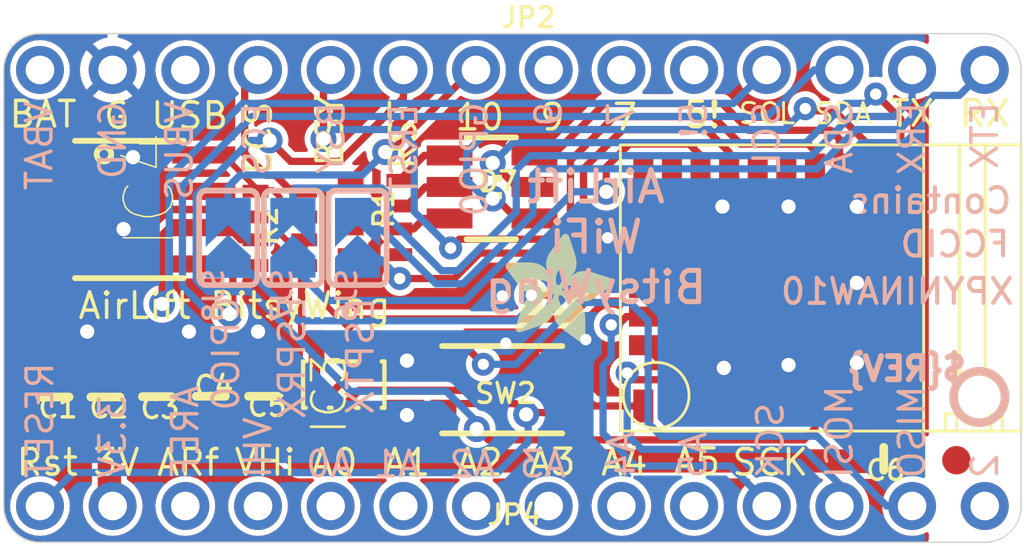
<source format=kicad_pcb>
(kicad_pcb (version 20221018) (generator pcbnew)
  (layers (0 "F.Cu" signal) (31 "B.Cu" signal) (34 "B.Paste" user) (35 "F.Paste" user) (36 "B.SilkS" user "B.Silkscreen") (37 "F.SilkS" user "F.Silkscreen") (38 "B.Mask" user) (39 "F.Mask" user) (44 "Edge.Cuts" user))
  (net 0 "")
  (net 1 "GND")
  (net 2 "MOSI")
  (net 3 "MISO")
  (net 4 "SCK")
  (net 5 "A5")
  (net 6 "A4")
  (net 7 "A3")
  (net 8 "A2")
  (net 9 "A1")
  (net 10 "VBUS")
  (net 11 "VBAT")
  (net 12 "AREF")
  (net 13 "A0")
  (net 14 "SCL")
  (net 15 "SDA")
  (net 16 "D9")
  (net 17 "D7")
  (net 18 "~{RESET}")
  (net 19 "D2")
  (net 20 "VHI")
  (net 21 "3.3V")
  (net 22 "ESP_MISO")
  (net 23 "ESP_BUSY")
  (net 24 "ESP_TX")
  (net 25 "RED")
  (net 26 "BLUE")
  (net 27 "GREEN")
  (net 28 "ESP_GPIO0")
  (net 29 "ESP_CS")
  (net 30 "ESP_RX")
  (net 31 "ESP_RESET")
  (net 32 "GPIO0")
  (net 33 "ETX")
  (net 34 "ERX")
  (net 35 "N$5")
  (net 36 "N$6")
  (net 37 "N$7")
  (net 38 "D5")
  (footprint "working:SOT23-5L" (layer "F.Cu") (at 142.6083 108.3818)
    (fp_text reference "IC3")
    (fp_text value "74AHC1G125")
  )
  (footprint "working:RGBLED_3535_PLCC6" (layer "F.Cu") (at 147.7645 101.473 -90)
    (fp_text reference "D7")
    (fp_text value "")
  )
  (footprint "working:ADAFRUIT_3.5MM" (layer "F.Cu") (at 148.2471 106.9086)
    (fp_text reference "U$62" hide)
    (fp_text value "" hide)
  )
  (footprint "working:RESPACK_4X0603_NO" (layer "F.Cu") (at 140.3731 102.9208 -90)
    (fp_text reference "R2")
    (fp_text value "10K")
  )
  (footprint "working:0805-NO" (layer "F.Cu") (at 132.4991 108.8136 90)
    (fp_text reference "C1")
    (fp_text value "10uF")
  )
  (footprint "working:ARDUINO-UCS&SOCS_NINA-W1X" (layer "F.Cu") (at 158.0261 105.0036 180)
    (fp_text reference "U5" hide)
    (fp_text value "NINA-W102" hide)
  )
  (footprint "working:FIDUCIAL_1MM" (layer "F.Cu") (at 164.0205 111.0234 -90)
    (fp_text reference "U$34" hide)
    (fp_text value "FIDUCIAL_1MM" hide)
  )
  (footprint "working:1X14_ROUND70" (layer "F.Cu") (at 148.5011 97.3836)
    (fp_text reference "JP2")
    (fp_text value "")
  )
  (footprint "working:0603-NO" (layer "F.Cu") (at 161.4805 110.9726)
    (fp_text reference "C6")
    (fp_text value "0.1uF")
  )
  (footprint "working:RESPACK_4X0603_NO" (layer "F.Cu") (at 143.7005 102.5398 90)
    (fp_text reference "R1")
    (fp_text value "1K")
  )
  (footprint "working:SOIC8_150MIL" (layer "F.Cu") (at 135.1153 102.2604 -90)
    (fp_text reference "IC4")
    (fp_text value "ATECCX08")
  )
  (footprint "working:0805-NO" (layer "F.Cu") (at 139.7889 108.7882 90)
    (fp_text reference "C5")
    (fp_text value "10uF")
  )
  (footprint "working:FIDUCIAL_1MM" (layer "F.Cu") (at 131.6899 105.8996 90)
    (fp_text reference "U$35" hide)
    (fp_text value "FIDUCIAL_1MM" hide)
  )
  (footprint "working:BTN_KMR2_4.6X2.8" (layer "F.Cu") (at 148.1455 108.5596)
    (fp_text reference "SW2")
    (fp_text value "KMR2")
  )
  (footprint "working:0805-NO" (layer "F.Cu") (at 137.9601 108.7882 90)
    (fp_text reference "C4")
    (fp_text value "10uF")
  )
  (footprint "working:0805-NO" (layer "F.Cu") (at 136.0805 108.8009 90)
    (fp_text reference "C3")
    (fp_text value "10uF")
  )
  (footprint "working:0805-NO" (layer "F.Cu") (at 134.2771 108.8136 90)
    (fp_text reference "C2")
    (fp_text value "10uF")
  )
  (footprint "working:1X14_ROUND70" (layer "F.Cu") (at 148.5011 112.6236 180)
    (fp_text reference "JP4")
    (fp_text value "")
  )
  (footprint "working:SOLDERJUMPER_ARROW_NOPASTE" (layer "B.Cu") (at 143.0909 103.251 90)
    (fp_text reference "SJ6")
    (fp_text value "")
  )
  (footprint "working:SOLDERJUMPER_ARROW_NOPASTE" (layer "B.Cu") (at 138.5697 103.251004 90)
    (fp_text reference "SJ8")
    (fp_text value "")
  )
  (footprint "working:PCBFEAT-REV-040" (layer "B.Cu") (at 164.8206 108.8136)
    (fp_text reference "U$6" hide)
    (fp_text value "" hide)
  )
  (footprint "working:SOLDERJUMPER_ARROW_NOPASTE" (layer "B.Cu") (at 140.8303 103.251 90)
    (fp_text reference "SJ7")
    (fp_text value "")
  )
  (gr_arc (start 130.7211 97.3836) (mid 131.093074 96.485574) (end 131.9911 96.1136) (stroke (width 0.05)) (layer "Edge.Cuts"))
  (gr_line (start 166.2811 112.6236) (end 166.2811 97.3836) (stroke (width 0.05)) (layer "Edge.Cuts"))
  (gr_arc (start 131.9911 113.8936) (mid 131.093074 113.521626) (end 130.7211 112.6236) (stroke (width 0.05)) (layer "Edge.Cuts"))
  (gr_arc (start 166.2811 112.6236) (mid 165.909126 113.521626) (end 165.0111 113.8936) (stroke (width 0.05)) (layer "Edge.Cuts"))
  (gr_line (start 131.9911 113.8936) (end 165.0111 113.8936) (stroke (width 0.05)) (layer "Edge.Cuts"))
  (gr_line (start 165.0111 96.1136) (end 131.9911 96.1136) (stroke (width 0.05)) (layer "Edge.Cuts"))
  (gr_arc (start 165.0111 96.1136) (mid 165.909126 96.485574) (end 166.2811 97.3836) (stroke (width 0.05)) (layer "Edge.Cuts"))
  (gr_line (start 130.7211 97.3836) (end 130.7211 112.6236) (stroke (width 0.05)) (layer "Edge.Cuts"))
  (gr_text "3.3V" (at 134.5311 111.7346 -270) (layer "B.SilkS") (effects (font (size 0.89408 0.89408) (thickness 0.12192)) (justify right mirror)))
  (gr_text "A2" (at 146.2151 111.1631) (layer "B.SilkS") (effects (font (size 0.89408 0.89408) (thickness 0.12192)) (justify right mirror)))
  (gr_text "BSY" (at 142.1765 98.425 -270) (layer "B.SilkS") (effects (font (size 0.89408 0.89408) (thickness 0.12192)) (justify left mirror)))
  (gr_text "A3" (at 148.6789 111.1631) (layer "B.SilkS") (effects (font (size 0.89408 0.89408) (thickness 0.12192)) (justify right mirror)))
  (gr_text "SCL" (at 157.3911 98.425 -270) (layer "B.SilkS") (effects (font (size 0.89408 0.89408) (thickness 0.12192)) (justify left mirror)))
  (gr_text "2" (at 165.0111 111.7346 -270) (layer "B.SilkS") (effects (font (size 0.89408 0.89408) (thickness 0.12192)) (justify right mirror)))
  (gr_text "GND" (at 134.5311 98.3996 -270) (layer "B.SilkS") (effects (font (size 0.89408 0.89408) (thickness 0.12192)) (justify left mirror)))
  (gr_text "GPIO0" (at 138.4935 105.2068 -270) (layer "B.SilkS") (effects (font (size 0.89408 0.89408) (thickness 0.12192)) (justify left mirror)))
  (gr_text "RESET" (at 131.9911 111.7346 -270) (layer "B.SilkS") (effects (font (size 0.89408 0.89408) (thickness 0.12192)) (justify right mirror)))
  (gr_text "A5" (at 154.8257 111.7346 -270) (layer "B.SilkS") (effects (font (size 0.89408 0.89408) (thickness 0.12192)) (justify right mirror)))
  (gr_text "VBAT" (at 131.9657 98.3996 -270) (layer "B.SilkS") (effects (font (size 0.89408 0.89408) (thickness 0.12192)) (justify left mirror)))
  (gr_text "ESPRX" (at 140.8049 105.2068 -270) (layer "B.SilkS") (effects (font (size 0.89408 0.89408) (thickness 0.12192)) (justify left mirror)))
  (gr_text "MISO" (at 162.4711 111.7346 -270) (layer "B.SilkS") (effects (font (size 0.89408 0.89408) (thickness 0.12192)) (justify right mirror)))
  (gr_text "ERST" (at 144.7165 98.4758 -270) (layer "B.SilkS") (effects (font (size 0.89408 0.89408) (thickness 0.12192)) (justify left mirror)))
  (gr_text "AirLift\nWiFi\nBitsyWing" (at 151.4221 103.2256) (layer "B.SilkS") (effects (font (size 1.0922 1.0922) (thickness 0.1778)) (justify mirror)))
  (gr_text "ECS" (at 139.5603 98.4504 -270) (layer "B.SilkS") (effects (font (size 0.89408 0.89408) (thickness 0.12192)) (justify left mirror)))
  (gr_text "VBUS" (at 136.8679 98.3996 -270) (layer "B.SilkS") (effects (font (size 0.89408 0.89408) (thickness 0.12192)) (justify left mirror)))
  (gr_text "7" (at 152.3111 98.425 -270) (layer "B.SilkS") (effects (font (size 0.89408 0.89408) (thickness 0.12192)) (justify left mirror)))
  (gr_text "9" (at 149.7711 98.425 -270) (layer "B.SilkS") (effects (font (size 0.89408 0.89408) (thickness 0.12192)) (justify left mirror)))
  (gr_text "A0" (at 142.9893 111.1631) (layer "B.SilkS") (effects (font (size 0.89408 0.89408) (thickness 0.12192)) (justify left mirror)))
  (gr_text "XPYNINAW10" (at 166.1033 105.6386) (layer "B.SilkS") (effects (font (size 0.87376 0.87376) (thickness 0.14224)) (justify left bottom mirror)))
  (gr_text "ETX" (at 165.0111 98.425 -270) (layer "B.SilkS") (effects (font (size 0.89408 0.89408) (thickness 0.12192)) (justify left mirror)))
  (gr_text "VHI" (at 139.6111 111.7346 -270) (layer "B.SilkS") (effects (font (size 0.89408 0.89408) (thickness 0.12192)) (justify right mirror)))
  (gr_text "MOSI" (at 159.9311 111.7346 -270) (layer "B.SilkS") (effects (font (size 0.89408 0.89408) (thickness 0.12192)) (justify right mirror)))
  (gr_text "AREF" (at 137.0711 111.7346 -270) (layer "B.SilkS") (effects (font (size 0.89408 0.89408) (thickness 0.12192)) (justify right mirror)))
  (gr_text "A1" (at 143.5735 111.1631) (layer "B.SilkS") (effects (font (size 0.89408 0.89408) (thickness 0.12192)) (justify right mirror)))
  (gr_text "ESPTX" (at 143.1925 105.2576 -270) (layer "B.SilkS") (effects (font (size 0.89408 0.89408) (thickness 0.12192)) (justify left mirror)))
  (gr_text "SDA" (at 159.9311 98.425 -270) (layer "B.SilkS") (effects (font (size 0.89408 0.89408) (thickness 0.12192)) (justify left mirror)))
  (gr_text "GPIO0" (at 147.1803 98.425 -270) (layer "B.SilkS") (effects (font (size 0.89408 0.89408) (thickness 0.12192)) (justify left mirror)))
  (gr_text "Contains" (at 166.0271 102.4636) (layer "B.SilkS") (effects (font (size 0.87376 0.87376) (thickness 0.14224)) (justify left bottom mirror)))
  (gr_text "SCK" (at 157.5181 111.7346 -270) (layer "B.SilkS") (effects (font (size 0.89408 0.89408) (thickness 0.12192)) (justify right mirror)))
  (gr_text "A4" (at 152.3111 111.7092 -270) (layer "B.SilkS") (effects (font (size 0.89408 0.89408) (thickness 0.12192)) (justify right mirror)))
  (gr_text "ERX" (at 162.4711 98.425 -270) (layer "B.SilkS") (effects (font (size 0.89408 0.89408) (thickness 0.12192)) (justify left mirror)))
  (gr_text "5!" (at 154.8511 98.425 -270) (layer "B.SilkS") (effects (font (size 0.89408 0.89408) (thickness 0.12192)) (justify left mirror)))
  (gr_text "FCCID" (at 165.9509 103.9876) (layer "B.SilkS") (effects (font (size 0.87376 0.87376) (thickness 0.14224)) (justify left bottom mirror)))
  (gr_text "A1" (at 145.7071 111.0996) (layer "F.SilkS") (effects (font (size 0.89408 0.89408) (thickness 0.12192)) (justify right)))
  (gr_text "A5" (at 155.8417 111.0742) (layer "F.SilkS") (effects (font (size 0.89408 0.89408) (thickness 0.12192)) (justify right)))
  (gr_text "USB" (at 135.8011 98.9838) (layer "F.SilkS") (effects (font (size 0.89408 0.89408) (thickness 0.12192)) (justify left)))
  (gr_text "SCK" (at 158.9151 111.0996) (layer "F.SilkS") (effects (font (size 0.89408 0.89408) (thickness 0.12192)) (justify right)))
  (gr_text "G" (at 134.1501 98.9838) (layer "F.SilkS") (effects (font (size 0.89408 0.89408) (thickness 0.12192)) (justify left)))
  (gr_text "BSY" (at 142.1257 100.838 90) (layer "F.SilkS") (effects (font (size 0.89408 0.89408) (thickness 0.12192)) (justify left)))
  (gr_text "SDA" (at 158.9913 98.9076) (layer "F.SilkS") (effects (font (size 0.715264 0.715264) (thickness 0.097536)) (justify left)))
  (gr_text "9" (at 149.8981 99.0346) (layer "F.SilkS") (effects (font (size 0.89408 0.89408) (thickness 0.12192))))
  (gr_text "A0" (at 143.1671 111.0996) (layer "F.SilkS") (effects (font (size 0.89408 0.89408) (thickness 0.12192)) (justify right)))
  (gr_text "Rst" (at 133.3881 111.0996) (layer "F.SilkS") (effects (font (size 0.89408 0.89408) (thickness 0.12192)) (justify right)))
  (gr_text "ARf" (at 138.3411 111.0996) (layer "F.SilkS") (effects (font (size 0.89408 0.89408) (thickness 0.12192)) (justify right)))
  (gr_text "ECS" (at 139.6365 101.1174 90) (layer "F.SilkS") (effects (font (size 0.89408 0.89408) (thickness 0.12192)) (justify left)))
  (gr_text "BAT" (at 130.8481 98.933) (layer "F.SilkS") (effects (font (size 0.89408 0.89408) (thickness 0.12192)) (justify left)))
  (gr_text "A4" (at 153.3017 111.0996) (layer "F.SilkS") (effects (font (size 0.89408 0.89408) (thickness 0.12192)) (justify right)))
  (gr_text "SCL" (at 156.3497 98.9076) (layer "F.SilkS") (effects (font (size 0.715264 0.715264) (thickness 0.097536)) (justify left)))
  (gr_text "3V" (at 135.5471 111.0996) (layer "F.SilkS") (effects (font (size 0.89408 0.89408) (thickness 0.12192)) (justify right)))
  (gr_text "10" (at 147.3581 99.0346) (layer "F.SilkS") (effects (font (size 0.89408 0.89408) (thickness 0.12192))))
  (gr_text "VHi" (at 141.0081 111.0996) (layer "F.SilkS") (effects (font (size 0.89408 0.89408) (thickness 0.12192)) (justify right)))
  (gr_text "A3" (at 150.7871 111.0869) (layer "F.SilkS") (effects (font (size 0.89408 0.89408) (thickness 0.12192)) (justify right)))
  (gr_text "RX" (at 165.0111 98.9076) (layer "F.SilkS") (effects (font (size 0.89408 0.89408) (thickness 0.12192))))
  (gr_text "7" (at 151.9301 99.0346) (layer "F.SilkS") (effects (font (size 0.89408 0.89408) (thickness 0.12192)) (justify left)))
  (gr_text "TX" (at 162.4711 98.9076) (layer "F.SilkS") (effects (font (size 0.89408 0.89408) (thickness 0.12192))))
  (gr_text "A2" (at 148.2471 111.0996) (layer "F.SilkS") (effects (font (size 0.89408 0.89408) (thickness 0.12192)) (justify right)))
  (gr_text "RST" (at 144.6911 100.9396 90) (layer "F.SilkS") (effects (font (size 0.89408 0.89408) (thickness 0.12192)) (justify left)))
  (gr_text "5!" (at 154.4193 98.9584) (layer "F.SilkS") (effects (font (size 0.89408 0.89408) (thickness 0.12192)) (justify left)))
  (gr_text "AirLift BitsyWing" (at 133.2611 106.1466) (layer "F.SilkS") (effects (font (size 0.89408 0.89408) (thickness 0.12192)) (justify left bottom)))
  (via (at 137.1981 106.5276) (size 0.9064) (drill 0.5) (layers "F.Cu" "B.Cu") (net 1))
  (via (at 160.5407 102.1588) (size 0.9064) (drill 0.5) (layers "F.Cu" "B.Cu") (net 1))
  (via (at 151.8285 103.251) (size 0.8064) (drill 0.4) (layers "F.Cu" "B.Cu") (net 1))
  (via (at 148.2725 106.934) (size 0.8064) (drill 0.4) (layers "F.Cu" "B.Cu") (net 1))
  (via (at 135.2423 100.4316) (size 0.9064) (drill 0.5) (layers "F.Cu" "B.Cu") (net 1))
  (via (at 148.1455 105.283) (size 0.8064) (drill 0.4) (layers "F.Cu" "B.Cu") (net 1))
  (via (at 155.8417 102.1588) (size 0.9064) (drill 0.5) (layers "F.Cu" "B.Cu") (net 1))
  (via (at 134.9121 102.9462) (size 0.9064) (drill 0.5) (layers "F.Cu" "B.Cu") (net 1))
  (via (at 144.8181 107.5436) (size 0.9064) (drill 0.5) (layers "F.Cu" "B.Cu") (net 1))
  (via (at 151.0665 106.807) (size 0.8064) (drill 0.4) (layers "F.Cu" "B.Cu") (net 1))
  (via (at 139.6111 106.5276) (size 0.9064) (drill 0.5) (layers "F.Cu" "B.Cu") (net 1))
  (via (at 155.8925 107.7976) (size 0.9064) (drill 0.5) (layers "F.Cu" "B.Cu") (net 1))
  (via (at 160.5407 107.6198) (size 0.9064) (drill 0.5) (layers "F.Cu" "B.Cu") (net 1))
  (via (at 160.5407 104.8258) (size 0.9064) (drill 0.5) (layers "F.Cu" "B.Cu") (net 1))
  (via (at 158.1531 102.1588) (size 0.9064) (drill 0.5) (layers "F.Cu" "B.Cu") (net 1))
  (via (at 133.6421 106.5276) (size 0.9064) (drill 0.5) (layers "F.Cu" "B.Cu") (net 1))
  (via (at 158.1531 107.696) (size 0.9064) (drill 0.5) (layers "F.Cu" "B.Cu") (net 1))
  (via (at 144.8181 109.4486) (size 0.9064) (drill 0.5) (layers "F.Cu" "B.Cu") (net 1))
  (segment (start 154.5261 107.7536) (end 154.0689 108.2108) (width 0.254) (layer "F.Cu") (net 2))
  (segment (start 154.0689 108.2108) (end 152.7497 108.2108) (width 0.254) (layer "F.Cu") (net 2))
  (segment (start 152.7497 108.2108) (end 152.5143 107.9754) (width 0.254) (layer "F.Cu") (net 2))
  (via (at 152.5143 107.9754) (size 0.8064) (drill 0.4) (layers "F.Cu" "B.Cu") (net 2))
  (segment (start 158.7119 110.6424) (end 159.9311 111.8616) (width 0.254) (layer "B.Cu") (net 2))
  (segment (start 152.5143 110.1344) (end 153.0223 110.6424) (width 0.254) (layer "B.Cu") (net 2))
  (segment (start 152.5143 107.9754) (end 152.5143 110.1344) (width 0.254) (layer "B.Cu") (net 2))
  (segment (start 159.9311 111.8616) (end 159.9311 112.6236) (width 0.254) (layer "B.Cu") (net 2))
  (segment (start 153.0223 110.6424) (end 158.7119 110.6424) (width 0.254) (layer "B.Cu") (net 2))
  (segment (start 143.9393 106.7008) (end 143.5583 107.0818) (width 0.254) (layer "F.Cu") (net 3))
  (segment (start 147.4851 107.6706) (end 146.5153 106.7008) (width 0.254) (layer "F.Cu") (net 3))
  (segment (start 146.5153 106.7008) (end 143.9393 106.7008) (width 0.254) (layer "F.Cu") (net 3))
  (via (at 147.4851 107.6706) (size 0.8001) (drill 0.3937) (layers "F.Cu" "B.Cu") (net 3))
  (segment (start 153.7081 110.1852) (end 153.2477 109.7248) (width 0.254) (layer "B.Cu") (net 3))
  (segment (start 161.583468 112.6236) (end 159.145068 110.1852) (width 0.254) (layer "B.Cu") (net 3))
  (segment (start 162.4711 112.6236) (end 161.583468 112.6236) (width 0.254) (layer "B.Cu") (net 3))
  (segment (start 153.2477 106.147613) (end 152.611687 105.5116) (width 0.254) (layer "B.Cu") (net 3))
  (segment (start 153.2477 109.7248) (end 153.2477 106.147613) (width 0.254) (layer "B.Cu") (net 3))
  (segment (start 147.4851 107.6706) (end 148.6281 107.6706) (width 0.254) (layer "B.Cu") (net 3))
  (segment (start 150.7871 105.5116) (end 148.6281 107.6706) (width 0.254) (layer "B.Cu") (net 3))
  (segment (start 159.145068 110.1852) (end 153.7081 110.1852) (width 0.254) (layer "B.Cu") (net 3))
  (segment (start 152.611687 105.5116) (end 150.7871 105.5116) (width 0.254) (layer "B.Cu") (net 3))
  (segment (start 151.9555 106.295) (end 152.1989 106.295) (width 0.254) (layer "F.Cu") (net 4))
  (segment (start 152.4903 106.0036) (end 152.1989 106.295) (width 0.254) (layer "F.Cu") (net 4))
  (segment (start 152.4903 106.0036) (end 153.1511 106.0036) (width 0.254) (layer "F.Cu") (net 4))
  (via (at 151.9555 106.295) (size 0.8064) (drill 0.4) (layers "F.Cu" "B.Cu") (net 4))
  (segment (start 152.8131 111.2266) (end 151.6711 110.0846) (width 0.254) (layer "B.Cu") (net 4))
  (segment (start 157.3911 112.4966) (end 157.3911 112.6236) (width 0.254) (layer "B.Cu") (net 4))
  (segment (start 156.1211 111.2266) (end 152.8131 111.2266) (width 0.254) (layer "B.Cu") (net 4))
  (segment (start 156.1211 111.2266) (end 157.3911 112.4966) (width 0.254) (layer "B.Cu") (net 4))
  (segment (start 151.9555 106.295) (end 151.9555 107.438) (width 0.254) (layer "B.Cu") (net 4))
  (segment (start 151.6711 107.7224) (end 151.6711 110.0846) (width 0.254) (layer "B.Cu") (net 4))
  (segment (start 151.9555 107.438) (end 151.6711 107.7224) (width 0.254) (layer "B.Cu") (net 4))
  (segment (start 138.5945 102.9002) (end 137.7201 102.9002) (width 0.254) (layer "F.Cu") (net 14))
  (segment (start 139.5231 103.3208) (end 139.0151 103.3208) (width 0.254) (layer "F.Cu") (net 14))
  (segment (start 136.5123 102.8954) (end 136.2583 103.1494) (width 0.254) (layer "F.Cu") (net 14))
  (segment (start 136.2583 103.1494) (end 136.2583 105.5624) (width 0.254) (layer "F.Cu") (net 14))
  (segment (start 137.7153 102.8954) (end 136.5123 102.8954) (width 0.254) (layer "F.Cu") (net 14))
  (segment (start 139.0151 103.3208) (end 138.5945 102.9002) (width 0.254) (layer "F.Cu") (net 14))
  (segment (start 137.7201 102.9002) (end 137.7153 102.8954) (width 0.254) (layer "F.Cu") (net 14))
  (via (at 136.2583 105.5624) (size 0.9064) (drill 0.5) (layers "F.Cu" "B.Cu") (net 14))
  (segment (start 139.0777 98.552) (end 136.5123 101.1174) (width 0.254) (layer "B.Cu") (net 14))
  (segment (start 157.3911 97.3836) (end 156.2227 98.552) (width 0.254) (layer "B.Cu") (net 14))
  (segment (start 136.5123 101.1174) (end 136.5123 105.3084) (width 0.254) (layer "B.Cu") (net 14))
  (segment (start 136.2583 105.5624) (end 136.5123 105.3084) (width 0.254) (layer "B.Cu") (net 14))
  (segment (start 156.2227 98.552) (end 139.0777 98.552) (width 0.254) (layer "B.Cu") (net 14))
  (segment (start 138.6205 105.914) (end 138.7313 105.8032) (width 0.254) (layer "F.Cu") (net 15))
  (segment (start 138.7313 104.2924) (end 138.6043 104.1654) (width 0.254) (layer "F.Cu") (net 15))
  (segment (start 138.7313 104.2924) (end 138.7313 105.8032) (width 0.254) (layer "F.Cu") (net 15))
  (segment (start 139.5231 104.2208) (end 137.745434 104.195535) (width 0.254) (layer "F.Cu") (net 15))
  (segment (start 137.7153 104.1654) (end 138.6043 104.1654) (width 0.254) (layer "F.Cu") (net 15))
  (segment (start 137.7153 104.1654) (end 137.745434 104.195535) (width 0.254) (layer "F.Cu") (net 15))
  (via (at 138.6205 105.914) (size 0.9064) (drill 0.5) (layers "F.Cu" "B.Cu") (net 15))
  (segment (start 136.9695 101.433782) (end 136.9695 104.9488) (width 0.254) (layer "B.Cu") (net 15))
  (segment (start 157.417868 99.0092) (end 139.394081 99.0092) (width 0.254) (layer "B.Cu") (net 15))
  (segment (start 159.9311 97.3836) (end 159.043468 97.3836) (width 0.254) (layer "B.Cu") (net 15))
  (segment (start 159.043468 97.3836) (end 157.417868 99.0092) (width 0.254) (layer "B.Cu") (net 15))
  (segment (start 137.9347 105.914) (end 136.9695 104.9488) (width 0.254) (layer "B.Cu") (net 15))
  (segment (start 137.9347 105.914) (end 138.6205 105.914) (width 0.254) (layer "B.Cu") (net 15))
  (segment (start 139.394081 99.0092) (end 136.9695 101.433782) (width 0.254) (layer "B.Cu") (net 15))
  (segment (start 150.1955 109.3596) (end 149.0473 109.3596) (width 0.254) (layer "F.Cu") (net 18))
  (segment (start 148.9837 109.4232) (end 148.6027 109.0422) (width 0.254) (layer "F.Cu") (net 18))
  (segment (start 148.6027 109.0422) (end 146.4129 109.0422) (width 0.254) (layer "F.Cu") (net 18))
  (segment (start 146.4129 109.0422) (end 146.0955 109.3596) (width 0.254) (layer "F.Cu") (net 18))
  (segment (start 149.0473 109.3596) (end 148.9837 109.4232) (width 0.254) (layer "F.Cu") (net 18))
  (via (at 148.9837 109.4232) (size 0.9064) (drill 0.5) (layers "F.Cu" "B.Cu") (net 18))
  (segment (start 131.9911 112.6236) (end 133.1595 111.4552) (width 0.254) (layer "B.Cu") (net 18))
  (segment (start 149.0559 110.3867) (end 149.0559 109.7377) (width 0.254) (layer "B.Cu") (net 18))
  (segment (start 133.1595 111.4552) (end 147.9874 111.4552) (width 0.254) (layer "B.Cu") (net 18))
  (segment (start 148.9837 109.6655) (end 148.9837 109.4232) (width 0.254) (layer "B.Cu") (net 18))
  (segment (start 147.9874 111.4552) (end 149.0559 110.3867) (width 0.254) (layer "B.Cu") (net 18))
  (segment (start 149.0559 109.7377) (end 148.9837 109.6655) (width 0.254) (layer "B.Cu") (net 18))
  (segment (start 134.5311 112.6236) (end 134.4168 112.5093) (width 0.8128) (layer "F.Cu") (net 21))
  (segment (start 134.2771 109.7636) (end 132.4991 109.7636) (width 0.8128) (layer "F.Cu") (net 21))
  (segment (start 134.4168 109.6239) (end 136.0805 109.7509) (width 0.8128) (layer "F.Cu") (net 21))
  (segment (start 141.1351 106.5586) (end 141.6583 107.0818) (width 0.254) (layer "F.Cu") (net 21))
  (segment (start 141.1351 104.2208) (end 141.1351 106.5586) (width 0.254) (layer "F.Cu") (net 21))
  (segment (start 137.9601 109.7382) (end 137.9474 109.7509) (width 0.8128) (layer "F.Cu") (net 21))
  (segment (start 141.1913 103.3526) (end 140.6271 103.3526) (width 0.2032) (layer "F.Cu") (net 21))
  (segment (start 139.5231 101.6208) (end 139.5231 101.4866) (width 0.2032) (layer "F.Cu") (net 21))
  (segment (start 141.2231 103.3208) (end 141.1913 103.3526) (width 0.2032) (layer "F.Cu") (net 21))
  (segment (start 139.5693 101.5746) (end 139.5231 101.6208) (width 0.2032) (layer "F.Cu") (net 21))
  (segment (start 140.1191 101.5746) (end 139.5693 101.5746) (width 0.2032) (layer "F.Cu") (net 21))
  (segment (start 160.6305 110.9726) (end 160.6305 110.4002) (width 0.8128) (layer "F.Cu") (net 21))
  (segment (start 141.0995 111.0488) (end 139.7889 109.7382) (width 0.8128) (layer "F.Cu") (net 21))
  (segment (start 160.6305 110.4002) (end 161.0761 109.9546) (width 0.8128) (layer "F.Cu") (net 21))
  (segment (start 141.2231 103.3208) (end 141.2231 104.2208) (width 0.254) (layer "F.Cu") (net 21))
  (segment (start 160.6169 111.0488) (end 141.0995 111.0488) (width 0.8128) (layer "F.Cu") (net 21))
  (segment (start 139.5231 101.4866) (end 138.3919 100.3554) (width 0.2032) (layer "F.Cu") (net 21))
  (segment (start 141.2231 104.2208) (end 141.1351 104.2208) (width 0.254) (layer "F.Cu") (net 21))
  (segment (start 140.3731 101.8286) (end 140.1191 101.5746) (width 0.2032) (layer "F.Cu") (net 21))
  (segment (start 134.4168 109.7509) (end 134.4168 109.6239) (width 0.8128) (layer "F.Cu") (net 21))
  (segment (start 160.6305 111.0352) (end 160.6169 111.0488) (width 0.8128) (layer "F.Cu") (net 21))
  (segment (start 134.298806 109.741894) (end 134.4168 109.7509) (width 0.8128) (layer "F.Cu") (net 21))
  (segment (start 141.6583 107.0818) (end 141.6583 108.1634) (width 0.254) (layer "F.Cu") (net 21))
  (segment (start 140.0835 109.7382) (end 139.7889 109.7382) (width 0.254) (layer "F.Cu") (net 21))
  (segment (start 161.0761 109.9546) (end 161.0761 109.1286) (width 0.8128) (layer "F.Cu") (net 21))
  (segment (start 141.6583 108.1634) (end 140.0835 109.7382) (width 0.254) (layer "F.Cu") (net 21))
  (segment (start 138.3919 100.3554) (end 137.7153 100.3554) (width 0.2032) (layer "F.Cu") (net 21))
  (segment (start 161.0761 109.1286) (end 162.0761 109.1286) (width 0.8128) (layer "F.Cu") (net 21))
  (segment (start 139.7889 109.7382) (end 137.9601 109.7382) (width 0.8128) (layer "F.Cu") (net 21))
  (segment (start 140.3731 103.0986) (end 140.3731 101.8286) (width 0.2032) (layer "F.Cu") (net 21))
  (segment (start 134.4168 112.5093) (end 134.4168 109.7509) (width 0.8128) (layer "F.Cu") (net 21))
  (segment (start 140.6271 103.3526) (end 140.3731 103.0986) (width 0.2032) (layer "F.Cu") (net 21))
  (segment (start 160.6305 110.9726) (end 160.6305 111.0352) (width 0.8128) (layer "F.Cu") (net 21))
  (segment (start 137.9474 109.7509) (end 136.0805 109.7509) (width 0.8128) (layer "F.Cu") (net 21))
  (segment (start 134.2771 109.7636) (end 134.298806 109.741894) (width 0.8128) (layer "F.Cu") (net 21))
  (segment (start 148.587 108.585) (end 148.5926 108.5794) (width 0.254) (layer "F.Cu") (net 22))
  (segment (start 153.0761 109.1286) (end 151.360312 109.1286) (width 0.254) (layer "F.Cu") (net 22))
  (segment (start 148.5926 108.5794) (end 150.811112 108.5794) (width 0.254) (layer "F.Cu") (net 22))
  (segment (start 142.6083 109.1184) (end 142.6083 109.6818) (width 0.254) (layer "F.Cu") (net 22))
  (segment (start 146.687875 108.585) (end 148.587 108.585) (width 0.254) (layer "F.Cu") (net 22))
  (segment (start 146.682275 108.5794) (end 143.1473 108.5794) (width 0.254) (layer "F.Cu") (net 22))
  (segment (start 146.687875 108.585) (end 146.682275 108.5794) (width 0.254) (layer "F.Cu") (net 22))
  (segment (start 143.1473 108.5794) (end 142.6083 109.1184) (width 0.254) (layer "F.Cu") (net 22))
  (segment (start 151.360312 109.1286) (end 150.811112 108.5794) (width 0.254) (layer "F.Cu") (net 22))
  (segment (start 147.2565 109.9352) (end 147.2859 109.9352) (width 0.254) (layer "F.Cu") (net 23))
  (segment (start 144.6911 98.3645) (end 142.4756 100.58) (width 0.254) (layer "F.Cu") (net 23))
  (segment (start 147.6629 110.3122) (end 147.2859 109.9352) (width 0.254) (layer "F.Cu") (net 23))
  (segment (start 158.6865 110.3122) (end 147.6629 110.3122) (width 0.254) (layer "F.Cu") (net 23))
  (segment (start 144.6911 98.3645) (end 144.6911 97.3836) (width 0.254) (layer "F.Cu") (net 23))
  (segment (start 140.7501 100.58) (end 142.4756 100.58) (width 0.254) (layer "F.Cu") (net 23))
  (segment (start 159.0761 109.1286) (end 159.0761 109.9226) (width 0.254) (layer "F.Cu") (net 23))
  (segment (start 159.0761 109.9226) (end 158.6865 110.3122) (width 0.254) (layer "F.Cu") (net 23))
  (segment (start 140.0175 99.8474) (end 140.7501 100.58) (width 0.254) (layer "F.Cu") (net 23))
  (via (at 140.0175 99.8474) (size 0.9064) (drill 0.5) (layers "F.Cu" "B.Cu") (net 23))
  (via (at 147.2565 109.9352) (size 0.9064) (drill 0.5) (layers "F.Cu" "B.Cu") (net 23))
  (segment (start 137.858718 105.1306) (end 139.3571 105.1306) (width 0.254) (layer "B.Cu") (net 23))
  (segment (start 140.0175 99.8474) (end 139.357325 99.8474) (width 0.254) (layer "B.Cu") (net 23))
  (segment (start 139.3571 105.1306) (end 142.8409 108.6144) (width 0.254) (layer "B.Cu") (net 23))
  (segment (start 137.858718 105.1306) (end 137.4513 104.723182) (width 0.254) (layer "B.Cu") (net 23))
  (segment (start 146.1897 108.6144) (end 142.8409 108.6144) (width 0.254) (layer "B.Cu") (net 23))
  (segment (start 137.4513 104.723182) (end 137.4513 101.753425) (width 0.254) (layer "B.Cu") (net 23))
  (segment (start 147.2565 109.6812) (end 146.1897 108.6144) (width 0.254) (layer "B.Cu") (net 23))
  (segment (start 147.2565 109.9352) (end 147.2565 109.6812) (width 0.254) (layer "B.Cu") (net 23))
  (segment (start 139.357325 99.8474) (end 137.4513 101.753425) (width 0.254) (layer "B.Cu") (net 23))
  (segment (start 155.288756 99.472257) (end 152.354921 99.472257) (width 0.254) (layer "F.Cu") (net 24))
  (segment (start 150.324656 103.7844) (end 147.3581 103.7844) (width 0.254) (layer "F.Cu") (net 24))
  (segment (start 146.4691 104.6734) (end 144.5641 104.6734) (width 0.254) (layer "F.Cu") (net 24))
  (segment (start 156.0761 100.8786) (end 156.0761 100.2596) (width 0.254) (layer "F.Cu") (net 24))
  (segment (start 150.9869 103.122157) (end 150.324656 103.7844) (width 0.254) (layer "F.Cu") (net 24))
  (segment (start 147.3581 103.7844) (end 146.4691 104.6734) (width 0.254) (layer "F.Cu") (net 24))
  (segment (start 152.354921 99.472257) (end 150.9869 100.840279) (width 0.254) (layer "F.Cu") (net 24))
  (segment (start 156.0761 100.2596) (end 155.288756 99.472257) (width 0.254) (layer "F.Cu") (net 24))
  (segment (start 150.9869 100.840279) (end 150.9869 103.122157) (width 0.254) (layer "F.Cu") (net 24))
  (via (at 144.5641 104.6734) (size 0.8064) (drill 0.4) (layers "F.Cu" "B.Cu") (net 24))
  (segment (start 144.5641 104.6734) (end 143.900015 104.009316) (width 0.254) (layer "B.Cu") (net 24))
  (segment (start 143.900015 104.009316) (end 143.642331 104.267) (width 0.254) (layer "B.Cu") (net 24))
  (segment (start 143.642331 104.267) (end 143.0909 104.267) (width 0.254) (layer "B.Cu") (net 24))
  (segment (start 161.0761 100.134288) (end 159.7533 98.811488) (width 0.254) (layer "F.Cu") (net 25))
  (segment (start 148.6375 102.573) (end 147.9439 101.8794) (width 0.254) (layer "F.Cu") (net 25))
  (segment (start 159.7533 98.811488) (end 158.8135 98.811488) (width 0.254) (layer "F.Cu") (net 25))
  (segment (start 161.0761 100.8786) (end 161.0761 100.134288) (width 0.254) (layer "F.Cu") (net 25))
  (segment (start 149.2725 102.573) (end 148.6375 102.573) (width 0.254) (layer "F.Cu") (net 25))
  (segment (start 147.8153 101.8794) (end 147.9439 101.8794) (width 0.254) (layer "F.Cu") (net 25))
  (segment (start 158.7373 98.735288) (end 158.8135 98.811488) (width 0.254) (layer "F.Cu") (net 25))
  (via (at 147.8153 101.8794) (size 0.9064) (drill 0.5) (layers "F.Cu" "B.Cu") (net 25))
  (via (at 158.7373 98.735288) (size 0.8064) (drill 0.4) (layers "F.Cu" "B.Cu") (net 25))
  (segment (start 158.7373 98.735288) (end 158.006187 99.4664) (width 0.254) (layer "B.Cu") (net 25))
  (segment (start 158.006187 99.4664) (end 147.698009 99.4664) (width 0.254) (layer "B.Cu") (net 25))
  (segment (start 146.904903 100.2595) (end 146.9049 101.2387) (width 0.254) (layer "B.Cu") (net 25))
  (segment (start 147.698009 99.4664) (end 146.904903 100.2595) (width 0.254) (layer "B.Cu") (net 25))
  (segment (start 147.5456 101.8794) (end 146.9049 101.2387) (width 0.254) (layer "B.Cu") (net 25))
  (segment (start 147.8153 101.8794) (end 147.5456 101.8794) (width 0.254) (layer "B.Cu") (net 25))
  (segment (start 159.9311 100.7336) (end 159.9311 99.7966) (width 0.254) (layer "F.Cu") (net 26))
  (segment (start 155.836025 98.557857) (end 151.722643 98.557857) (width 0.254) (layer "F.Cu") (net 26))
  (segment (start 156.769968 99.4918) (end 155.836025 98.557857) (width 0.254) (layer "F.Cu") (net 26))
  (segment (start 149.9075 100.373) (end 149.2725 100.373) (width 0.254) (layer "F.Cu") (net 26))
  (segment (start 159.9311 99.7966) (end 159.6263 99.4918) (width 0.254) (layer "F.Cu") (net 26))
  (segment (start 151.722643 98.557857) (end 149.9075 100.373) (width 0.254) (layer "F.Cu") (net 26))
  (segment (start 159.6263 99.4918) (end 156.769968 99.4918) (width 0.254) (layer "F.Cu") (net 26))
  (segment (start 160.0761 100.8786) (end 159.9311 100.7336) (width 0.254) (layer "F.Cu") (net 26))
  (segment (start 162.0761 100.8786) (end 162.0761 99.102288) (width 0.254) (layer "F.Cu") (net 27))
  (segment (start 149.2725 101.473) (end 148.6535 101.473) (width 0.254) (layer "F.Cu") (net 27))
  (segment (start 162.0761 99.102288) (end 161.2011 98.227288) (width 0.254) (layer "F.Cu") (net 27))
  (segment (start 148.6535 101.473) (end 147.8153 100.6348) (width 0.254) (layer "F.Cu") (net 27))
  (via (at 147.8153 100.6348) (size 0.9064) (drill 0.5) (layers "F.Cu" "B.Cu") (net 27))
  (via (at 161.2011 98.227288) (size 0.8064) (drill 0.4) (layers "F.Cu" "B.Cu") (net 27))
  (segment (start 148.5265 99.9236) (end 147.8153 100.6348) (width 0.254) (layer "B.Cu") (net 27))
  (segment (start 160.876387 98.552) (end 160.135575 98.552) (width 0.254) (layer "B.Cu") (net 27))
  (segment (start 161.2011 98.227288) (end 160.876387 98.552) (width 0.254) (layer "B.Cu") (net 27))
  (segment (start 160.135575 98.552) (end 158.763975 99.9236) (width 0.254) (layer "B.Cu") (net 27))
  (segment (start 158.763975 99.9236) (end 148.5265 99.9236) (width 0.254) (layer "B.Cu") (net 27))
  (segment (start 153.1511 104.0036) (end 152.6431 104.0036) (width 0.254) (layer "F.Cu") (net 28))
  (segment (start 152.2621 104.3846) (end 151.5001 104.3846) (width 0.254) (layer "F.Cu") (net 28))
  (segment (start 152.6431 104.0036) (end 152.2621 104.3846) (width 0.254) (layer "F.Cu") (net 28))
  (segment (start 151.5001 104.3846) (end 150.6271 105.2576) (width 0.254) (layer "F.Cu") (net 28))
  (segment (start 150.6271 105.2576) (end 149.1615 105.2576) (width 0.254) (layer "F.Cu") (net 28))
  (via (at 149.1615 105.2576) (size 0.8064) (drill 0.4) (layers "F.Cu" "B.Cu") (net 28))
  (segment (start 149.352 105.4481) (end 148.6495 106.1506) (width 0.254) (layer "B.Cu") (net 28))
  (segment (start 139.140084 104.267004) (end 138.5697 104.267004) (width 0.254) (layer "B.Cu") (net 28))
  (segment (start 148.6495 106.1506) (end 141.023681 106.1506) (width 0.254) (layer "B.Cu") (net 28))
  (segment (start 149.1615 105.2576) (end 149.352 105.4481) (width 0.254) (layer "B.Cu") (net 28))
  (segment (start 139.140084 104.267004) (end 141.023681 106.1506) (width 0.254) (layer "B.Cu") (net 28))
  (segment (start 141.6583 109.6818) (end 141.6583 109.190982) (width 0.254) (layer "F.Cu") (net 29))
  (segment (start 142.7861 106.408988) (end 143.107793 106.087294) (width 0.254) (layer "F.Cu") (net 29))
  (segment (start 150.465406 106.087294) (end 143.107793 106.087294) (width 0.254) (layer "F.Cu") (net 29))
  (segment (start 139.1455 97.8492) (end 139.6111 97.3836) (width 0.254) (layer "F.Cu") (net 29))
  (segment (start 153.1511 105.0036) (end 151.5491 105.0036) (width 0.254) (layer "F.Cu") (net 29))
  (segment (start 142.7861 108.063182) (end 142.7861 106.408988) (width 0.254) (layer "F.Cu") (net 29))
  (segment (start 139.1455 97.8492) (end 139.1455 100.3046) (width 0.254) (layer "F.Cu") (net 29))
  (segment (start 142.0241 105.646988) (end 142.7861 106.408988) (width 0.2032) (layer "F.Cu") (net 29))
  (segment (start 141.8163 101.6208) (end 142.0241 101.8286) (width 0.2032) (layer "F.Cu") (net 29))
  (segment (start 151.5491 105.0036) (end 150.465406 106.087294) (width 0.254) (layer "F.Cu") (net 29))
  (segment (start 140.220762 101.0656) (end 139.9065 101.0656) (width 0.254) (layer "F.Cu") (net 29))
  (segment (start 139.9065 101.0656) (end 139.1455 100.3046) (width 0.254) (layer "F.Cu") (net 29))
  (segment (start 142.0241 101.8286) (end 142.0241 105.646988) (width 0.2032) (layer "F.Cu") (net 29))
  (segment (start 141.2231 101.6208) (end 141.8163 101.6208) (width 0.2032) (layer "F.Cu") (net 29))
  (segment (start 140.775962 101.6208) (end 140.220762 101.0656) (width 0.254) (layer "F.Cu") (net 29))
  (segment (start 141.6583 109.190982) (end 142.7861 108.063182) (width 0.254) (layer "F.Cu") (net 29))
  (segment (start 141.2231 101.6208) (end 140.775962 101.6208) (width 0.254) (layer "F.Cu") (net 29))
  (segment (start 152.589325 99.9734) (end 151.782612 100.780113) (width 0.254) (layer "F.Cu") (net 30))
  (segment (start 155.0761 100.3706) (end 154.6789 99.9734) (width 0.254) (layer "F.Cu") (net 30))
  (segment (start 151.782612 100.780113) (end 151.782612 101.6416) (width 0.254) (layer "F.Cu") (net 30))
  (segment (start 154.6789 99.9734) (end 152.589325 99.9734) (width 0.254) (layer "F.Cu") (net 30))
  (segment (start 155.0761 100.8786) (end 155.0761 100.3706) (width 0.254) (layer "F.Cu") (net 30))
  (via (at 151.782612 101.6416) (size 0.9064) (drill 0.5) (layers "F.Cu" "B.Cu") (net 30))
  (segment (start 142.0027 105.4394) (end 146.841812 105.4394) (width 0.254) (layer "B.Cu") (net 30))
  (segment (start 151.782612 101.6416) (end 150.639612 101.6416) (width 0.254) (layer "B.Cu") (net 30))
  (segment (start 140.8303 104.267) (end 142.0027 105.4394) (width 0.254) (layer "B.Cu") (net 30))
  (segment (start 150.639612 101.6416) (end 146.841812 105.4394) (width 0.254) (layer "B.Cu") (net 30))
  (segment (start 159.0761 100.2116) (end 158.8389 99.9744) (width 0.254) (layer "F.Cu") (net 31))
  (segment (start 150.164675 103.2978) (end 146.650881 103.2978) (width 0.254) (layer "F.Cu") (net 31))
  (segment (start 156.478987 99.9744) (end 155.519643 99.015057) (width 0.254) (layer "F.Cu") (net 31))
  (segment (start 150.5297 100.550419) (end 150.5297 102.932775) (width 0.254) (layer "F.Cu") (net 31))
  (segment (start 141.8971 97.6376) (end 141.8971 99.7966) (width 0.254) (layer "F.Cu") (net 31))
  (segment (start 159.0761 100.8786) (end 159.0761 100.2116) (width 0.254) (layer "F.Cu") (net 31))
  (segment (start 150.164675 103.2978) (end 150.5297 102.932775) (width 0.254) (layer "F.Cu") (net 31))
  (segment (start 155.519643 99.015057) (end 152.065062 99.015057) (width 0.254) (layer "F.Cu") (net 31))
  (segment (start 146.3421 103.6066) (end 146.650881 103.2978) (width 0.254) (layer "F.Cu") (net 31))
  (segment (start 158.8389 99.9744) (end 156.478987 99.9744) (width 0.254) (layer "F.Cu") (net 31))
  (segment (start 152.065062 99.015057) (end 150.5297 100.550419) (width 0.254) (layer "F.Cu") (net 31))
  (segment (start 142.1511 97.3836) (end 141.8971 97.6376) (width 0.254) (layer "F.Cu") (net 31))
  (via (at 146.3421 103.6066) (size 0.8064) (drill 0.4) (layers "F.Cu" "B.Cu") (net 31))
  (via (at 141.8971 99.7966) (size 0.9064) (drill 0.5) (layers "F.Cu" "B.Cu") (net 31))
  (segment (start 146.3421 103.6066) (end 145.0721 102.3366) (width 0.254) (layer "B.Cu") (net 31))
  (segment (start 145.0721 100.0252) (end 144.5133 99.4664) (width 0.254) (layer "B.Cu") (net 31))
  (segment (start 145.0721 100.0252) (end 145.0721 102.3366) (width 0.254) (layer "B.Cu") (net 31))
  (segment (start 144.5133 99.4664) (end 142.2273 99.4664) (width 0.254) (layer "B.Cu") (net 31))
  (segment (start 142.2273 99.4664) (end 141.8971 99.7966) (width 0.254) (layer "B.Cu") (net 31))
  (segment (start 144.0561 100.2538) (end 144.235268 100.2538) (width 0.254) (layer "F.Cu") (net 32))
  (segment (start 147.105468 97.3836) (end 147.2311 97.3836) (width 0.254) (layer "F.Cu") (net 32))
  (segment (start 147.105468 97.3836) (end 144.235268 100.2538) (width 0.254) (layer "F.Cu") (net 32))
  (via (at 144.0561 100.2538) (size 0.9064) (drill 0.5) (layers "F.Cu" "B.Cu") (net 32))
  (segment (start 138.988803 101.0539) (end 143.256 101.0539) (width 0.254) (layer "B.Cu") (net 32))
  (segment (start 138.5697 102.235004) (end 138.5697 101.473004) (width 0.254) (layer "B.Cu") (net 32))
  (segment (start 143.256 101.0539) (end 144.0561 100.2538) (width 0.254) (layer "B.Cu") (net 32))
  (segment (start 138.988803 101.0539) (end 138.5697 101.473004) (width 0.254) (layer "B.Cu") (net 32))
  (segment (start 149.221212 101.0631) (end 149.446312 100.838) (width 0.254) (layer "B.Cu") (net 33))
  (segment (start 162.040668 99.4664) (end 160.514337 99.4664) (width 0.254) (layer "B.Cu") (net 33))
  (segment (start 143.8529 102.997) (end 143.0909 102.235) (width 0.254) (layer "B.Cu") (net 33))
  (segment (start 159.142737 100.838) (end 160.514337 99.4664) (width 0.254) (layer "B.Cu") (net 33))
  (segment (start 145.8341 104.8552) (end 146.779431 104.8552) (width 0.254) (layer "B.Cu") (net 33))
  (segment (start 163.234468 98.2726) (end 162.040668 99.4664) (width 0.254) (layer "B.Cu") (net 33))
  (segment (start 146.779431 104.8552) (end 149.221212 102.413419) (width 0.254) (layer "B.Cu") (net 33))
  (segment (start 164.1221 98.2726) (end 163.234468 98.2726) (width 0.254) (layer "B.Cu") (net 33))
  (segment (start 143.9759 102.997) (end 145.8341 104.8552) (width 0.254) (layer "B.Cu") (net 33))
  (segment (start 149.446312 100.838) (end 159.142737 100.838) (width 0.254) (layer "B.Cu") (net 33))
  (segment (start 143.9759 102.997) (end 143.8529 102.997) (width 0.254) (layer "B.Cu") (net 33))
  (segment (start 165.0111 97.3836) (end 164.1221 98.2726) (width 0.254) (layer "B.Cu") (net 33))
  (segment (start 149.221212 102.413419) (end 149.221212 101.0631) (width 0.254) (layer "B.Cu") (net 33))
  (segment (start 140.9192 101.5111) (end 143.939918 101.5111) (width 0.254) (layer "B.Cu") (net 34))
  (segment (start 140.8303 101.6) (end 140.8303 102.235) (width 0.254) (layer "B.Cu") (net 34))
  (segment (start 146.023481 104.398) (end 146.59005 104.398) (width 0.254) (layer "B.Cu") (net 34))
  (segment (start 148.637012 100.873719) (end 149.129931 100.3808) (width 0.254) (layer "B.Cu") (net 34))
  (segment (start 143.939918 101.5111) (end 144.2093 101.780482) (width 0.254) (layer "B.Cu") (net 34))
  (segment (start 162.4711 97.3836) (end 162.4711 98.375475) (width 0.254) (layer "B.Cu") (net 34))
  (segment (start 162.4711 98.375475) (end 161.837375 99.0092) (width 0.254) (layer "B.Cu") (net 34))
  (segment (start 140.9192 101.5111) (end 140.8303 101.6) (width 0.254) (layer "B.Cu") (net 34))
  (segment (start 161.837375 99.0092) (end 160.324956 99.0092) (width 0.254) (layer "B.Cu") (net 34))
  (segment (start 144.2093 101.780482) (end 144.2093 102.583819) (width 0.254) (layer "B.Cu") (net 34))
  (segment (start 158.953356 100.3808) (end 149.129931 100.3808) (width 0.254) (layer "B.Cu") (net 34))
  (segment (start 148.637012 102.351038) (end 148.637012 100.873719) (width 0.254) (layer "B.Cu") (net 34))
  (segment (start 160.324956 99.0092) (end 158.953356 100.3808) (width 0.254) (layer "B.Cu") (net 34))
  (segment (start 144.2093 102.583819) (end 146.023481 104.398) (width 0.254) (layer "B.Cu") (net 34))
  (segment (start 146.59005 104.398) (end 148.637012 102.351038) (width 0.254) (layer "B.Cu") (net 34))
  (segment (start 146.3065 100.373) (end 145.4173 100.373) (width 0.254) (layer "F.Cu") (net 35))
  (segment (start 145.4173 100.373) (end 144.5505 101.2398) (width 0.254) (layer "F.Cu") (net 35))
  (segment (start 144.792475 102.1398) (end 144.5505 102.1398) (width 0.254) (layer "F.Cu") (net 36))
  (segment (start 145.459275 101.473) (end 144.792475 102.1398) (width 0.254) (layer "F.Cu") (net 36))
  (segment (start 146.3065 101.473) (end 145.459275 101.473) (width 0.254) (layer "F.Cu") (net 36))
  (segment (start 145.0507 102.9398) (end 144.5505 102.9398) (width 0.254) (layer "F.Cu") (net 37))
  (segment (start 146.3065 102.573) (end 145.4175 102.573) (width 0.254) (layer "F.Cu") (net 37))
  (segment (start 145.4175 102.573) (end 145.0507 102.9398) (width 0.254) (layer "F.Cu") (net 37))
  (zone (net 1) (net_name "GND") (layer "F.Cu") (priority 6) (connect_pads (clearance 0.000001)) (min_thickness 0.127) (fill yes (thermal_gap 0.304) (thermal_bridge_width 0.304))
    (polygon (pts (xy 163.0553 114.0206) (xy 130.5941 114.0206) (xy 130.5941 95.9866) (xy 163.0553 95.9866)))
  )
  (zone (net 1) (net_name "GND") (layer "B.Cu") (priority 6) (connect_pads (clearance 0.000001)) (min_thickness 0.127) (fill yes (thermal_gap 0.304) (thermal_bridge_width 0.304))
    (polygon (pts (xy 162.9283 114.0206) (xy 130.5941 114.0206) (xy 130.5941 95.9866) (xy 162.9283 95.9866)))
  )
)
</source>
